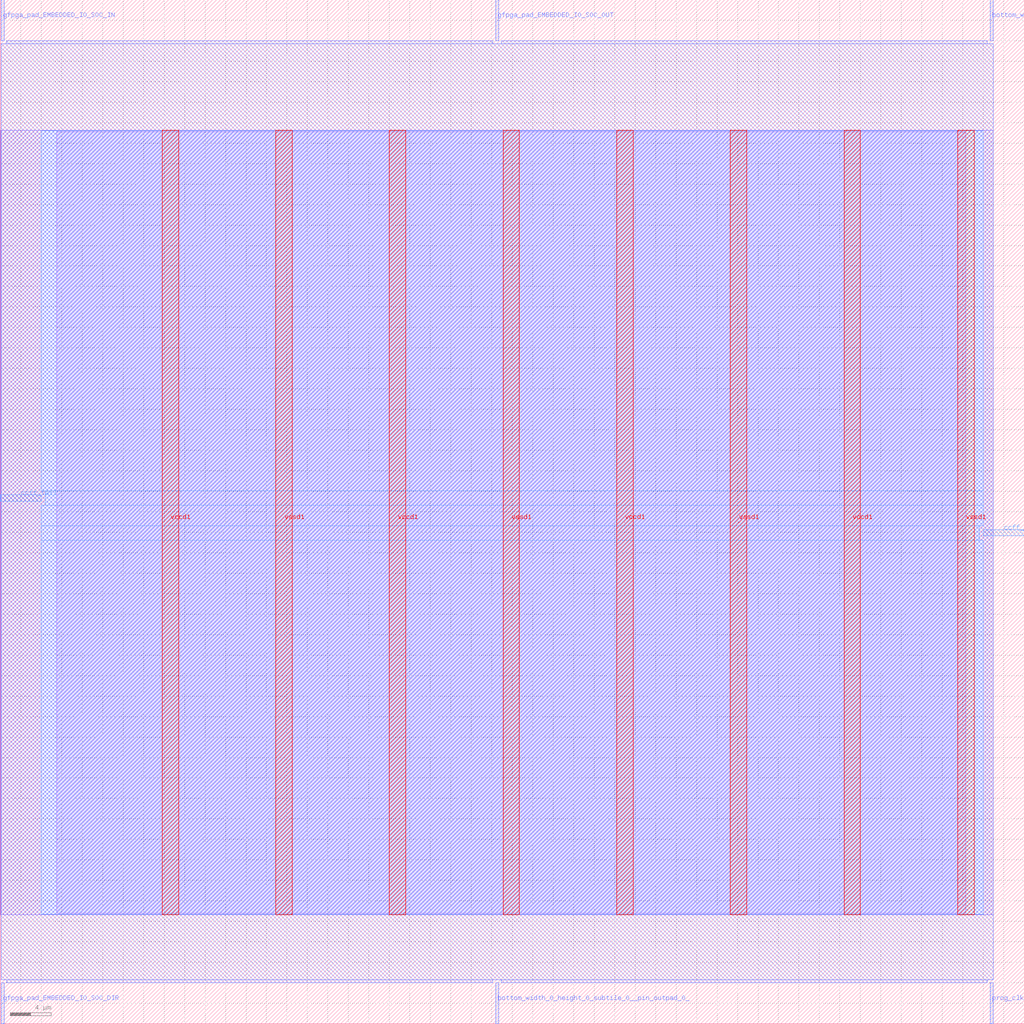
<source format=lef>
VERSION 5.7 ;
  NOWIREEXTENSIONATPIN ON ;
  DIVIDERCHAR "/" ;
  BUSBITCHARS "[]" ;
MACRO grid_io_top_top
  CLASS BLOCK ;
  FOREIGN grid_io_top_top ;
  ORIGIN 0.000 0.000 ;
  SIZE 100.000 BY 100.000 ;
  PIN bottom_width_0_height_0_subtile_0__pin_inpad_0_
    PORT
      LAYER met2 ;
        RECT 96.690 96.000 96.970 100.000 ;
    END
  END bottom_width_0_height_0_subtile_0__pin_inpad_0_
  PIN bottom_width_0_height_0_subtile_0__pin_outpad_0_
    PORT
      LAYER met2 ;
        RECT 48.390 0.000 48.670 4.000 ;
    END
  END bottom_width_0_height_0_subtile_0__pin_outpad_0_
  PIN ccff_head
    PORT
      LAYER met3 ;
        RECT 96.000 47.640 100.000 48.240 ;
    END
  END ccff_head
  PIN ccff_tail
    PORT
      LAYER met3 ;
        RECT 0.000 51.040 4.000 51.640 ;
    END
  END ccff_tail
  PIN gfpga_pad_EMBEDDED_IO_SOC_DIR
    PORT
      LAYER met2 ;
        RECT 0.090 0.000 0.370 4.000 ;
    END
  END gfpga_pad_EMBEDDED_IO_SOC_DIR
  PIN gfpga_pad_EMBEDDED_IO_SOC_IN
    PORT
      LAYER met2 ;
        RECT 0.090 96.000 0.370 100.000 ;
    END
  END gfpga_pad_EMBEDDED_IO_SOC_IN
  PIN gfpga_pad_EMBEDDED_IO_SOC_OUT
    PORT
      LAYER met2 ;
        RECT 48.390 96.000 48.670 100.000 ;
    END
  END gfpga_pad_EMBEDDED_IO_SOC_OUT
  PIN prog_clk
    PORT
      LAYER met2 ;
        RECT 96.690 0.000 96.970 4.000 ;
    END
  END prog_clk
  PIN vccd1
    PORT
      LAYER met4 ;
        RECT 82.400 10.640 84.000 87.280 ;
    END
    PORT
      LAYER met4 ;
        RECT 60.205 10.640 61.805 87.280 ;
    END
    PORT
      LAYER met4 ;
        RECT 38.010 10.640 39.610 87.280 ;
    END
    PORT
      LAYER met4 ;
        RECT 15.815 10.640 17.415 87.280 ;
    END
  END vccd1
  PIN vssd1
    PORT
      LAYER met4 ;
        RECT 93.495 10.640 95.095 87.280 ;
    END
    PORT
      LAYER met4 ;
        RECT 71.300 10.640 72.900 87.280 ;
    END
    PORT
      LAYER met4 ;
        RECT 49.105 10.640 50.705 87.280 ;
    END
    PORT
      LAYER met4 ;
        RECT 26.910 10.640 28.510 87.280 ;
    END
  END vssd1
  OBS
      LAYER li1 ;
        RECT 5.520 10.795 94.300 87.125 ;
      LAYER met1 ;
        RECT 0.070 10.640 96.990 87.280 ;
      LAYER met2 ;
        RECT 0.650 95.720 48.110 96.000 ;
        RECT 48.950 95.720 96.410 96.000 ;
        RECT 0.100 4.280 96.960 95.720 ;
        RECT 0.650 4.000 48.110 4.280 ;
        RECT 48.950 4.000 96.410 4.280 ;
      LAYER met3 ;
        RECT 4.000 52.040 96.000 87.205 ;
        RECT 4.400 50.640 96.000 52.040 ;
        RECT 4.000 48.640 96.000 50.640 ;
        RECT 4.000 47.240 95.600 48.640 ;
        RECT 4.000 10.715 96.000 47.240 ;
  END
END grid_io_top_top
END LIBRARY


</source>
